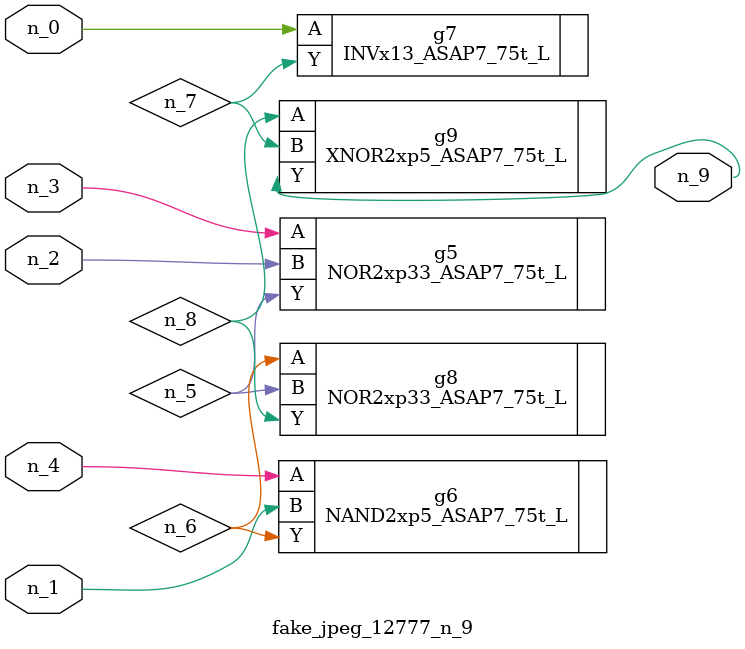
<source format=v>
module fake_jpeg_12777_n_9 (n_3, n_2, n_1, n_0, n_4, n_9);

input n_3;
input n_2;
input n_1;
input n_0;
input n_4;

output n_9;

wire n_8;
wire n_6;
wire n_5;
wire n_7;

NOR2xp33_ASAP7_75t_L g5 ( 
.A(n_3),
.B(n_2),
.Y(n_5)
);

NAND2xp5_ASAP7_75t_L g6 ( 
.A(n_4),
.B(n_1),
.Y(n_6)
);

INVx13_ASAP7_75t_L g7 ( 
.A(n_0),
.Y(n_7)
);

NOR2xp33_ASAP7_75t_L g8 ( 
.A(n_6),
.B(n_5),
.Y(n_8)
);

XNOR2xp5_ASAP7_75t_L g9 ( 
.A(n_8),
.B(n_7),
.Y(n_9)
);


endmodule
</source>
